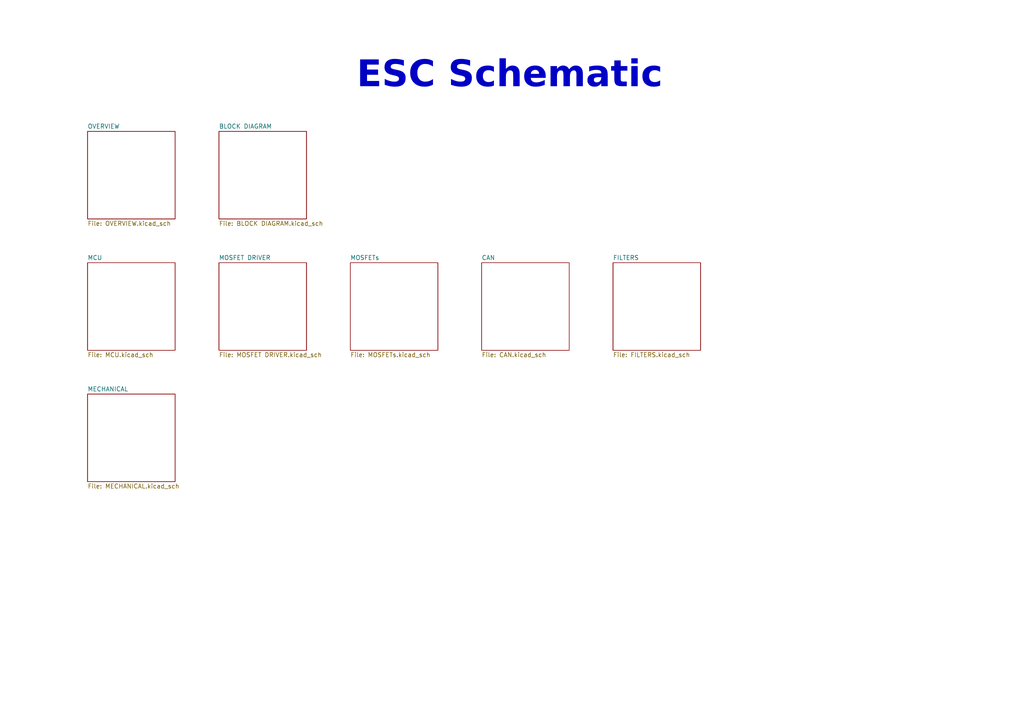
<source format=kicad_sch>
(kicad_sch
	(version 20231120)
	(generator "eeschema")
	(generator_version "8.0")
	(uuid "e63e39d7-6ac0-4ffd-8aa3-1841a4541b55")
	(paper "A4")
	(title_block
		(title "ESC Schematic")
		(date "2025-01-08")
		(rev "rev_1")
		(company "Alpha Amps")
		(comment 1 "Choaib ELMADI")
		(comment 2 "choaibamd@gmail.com")
		(comment 3 "choaib3elmadi@gmail.com")
		(comment 4 "+212 643 241 400")
	)
	(lib_symbols)
	(text "${TITLE}"
		(exclude_from_sim no)
		(at 147.828 19.558 0)
		(effects
			(font
				(face "Cascadia Mono NF")
				(size 7.62 7.62)
				(thickness 0.762)
				(bold yes)
			)
			(justify top)
		)
		(uuid "610231fa-d1fe-44f4-9f90-429a5e31d933")
	)
	(sheet
		(at 63.5 76.2)
		(size 25.4 25.4)
		(fields_autoplaced yes)
		(stroke
			(width 0.1524)
			(type solid)
		)
		(fill
			(color 0 0 0 0.0000)
		)
		(uuid "3ef62960-0a3f-483f-a612-e9afa152146a")
		(property "Sheetname" "MOSFET DRIVER"
			(at 63.5 75.4884 0)
			(effects
				(font
					(size 1.27 1.27)
				)
				(justify left bottom)
			)
		)
		(property "Sheetfile" "MOSFET DRIVER.kicad_sch"
			(at 63.5 102.1846 0)
			(effects
				(font
					(size 1.27 1.27)
				)
				(justify left top)
			)
		)
		(instances
			(project "ESC"
				(path "/e63e39d7-6ac0-4ffd-8aa3-1841a4541b55"
					(page "3")
				)
			)
		)
	)
	(sheet
		(at 139.7 76.2)
		(size 25.4 25.4)
		(fields_autoplaced yes)
		(stroke
			(width 0.1524)
			(type solid)
		)
		(fill
			(color 0 0 0 0.0000)
		)
		(uuid "44ff406e-e234-45e5-b191-74d1711c0a02")
		(property "Sheetname" "CAN"
			(at 139.7 75.4884 0)
			(effects
				(font
					(size 1.27 1.27)
				)
				(justify left bottom)
			)
		)
		(property "Sheetfile" "CAN.kicad_sch"
			(at 139.7 102.1846 0)
			(effects
				(font
					(size 1.27 1.27)
				)
				(justify left top)
			)
		)
		(instances
			(project "ESC"
				(path "/e63e39d7-6ac0-4ffd-8aa3-1841a4541b55"
					(page "5")
				)
			)
		)
	)
	(sheet
		(at 25.4 38.1)
		(size 25.4 25.4)
		(fields_autoplaced yes)
		(stroke
			(width 0.1524)
			(type solid)
		)
		(fill
			(color 0 0 0 0.0000)
		)
		(uuid "500c7b6b-d157-49fd-a5fa-6928bcd64611")
		(property "Sheetname" "OVERVIEW"
			(at 25.4 37.3884 0)
			(effects
				(font
					(size 1.27 1.27)
				)
				(justify left bottom)
			)
		)
		(property "Sheetfile" "OVERVIEW.kicad_sch"
			(at 25.4 64.0846 0)
			(effects
				(font
					(size 1.27 1.27)
				)
				(justify left top)
			)
		)
		(instances
			(project "ESC"
				(path "/e63e39d7-6ac0-4ffd-8aa3-1841a4541b55"
					(page "8")
				)
			)
		)
	)
	(sheet
		(at 25.4 76.2)
		(size 25.4 25.4)
		(fields_autoplaced yes)
		(stroke
			(width 0.1524)
			(type solid)
		)
		(fill
			(color 0 0 0 0.0000)
		)
		(uuid "5f86bd37-5169-4744-b929-861ac689a2da")
		(property "Sheetname" "MCU"
			(at 25.4 75.4884 0)
			(effects
				(font
					(size 1.27 1.27)
				)
				(justify left bottom)
			)
		)
		(property "Sheetfile" "MCU.kicad_sch"
			(at 25.4 102.1846 0)
			(effects
				(font
					(size 1.27 1.27)
				)
				(justify left top)
			)
		)
		(instances
			(project "ESC"
				(path "/e63e39d7-6ac0-4ffd-8aa3-1841a4541b55"
					(page "2")
				)
			)
		)
	)
	(sheet
		(at 25.4 114.3)
		(size 25.4 25.4)
		(fields_autoplaced yes)
		(stroke
			(width 0.1524)
			(type solid)
		)
		(fill
			(color 0 0 0 0.0000)
		)
		(uuid "704be554-9249-4d3a-ab1c-e3178b9881e0")
		(property "Sheetname" "MECHANICAL"
			(at 25.4 113.5884 0)
			(effects
				(font
					(size 1.27 1.27)
				)
				(justify left bottom)
			)
		)
		(property "Sheetfile" "MECHANICAL.kicad_sch"
			(at 25.4 140.2846 0)
			(effects
				(font
					(size 1.27 1.27)
				)
				(justify left top)
			)
		)
		(instances
			(project "ESC"
				(path "/e63e39d7-6ac0-4ffd-8aa3-1841a4541b55"
					(page "7")
				)
			)
		)
	)
	(sheet
		(at 63.5 38.1)
		(size 25.4 25.4)
		(fields_autoplaced yes)
		(stroke
			(width 0.1524)
			(type solid)
		)
		(fill
			(color 0 0 0 0.0000)
		)
		(uuid "7c626cac-f597-4857-af99-c6a541cffc1f")
		(property "Sheetname" "BLOCK DIAGRAM"
			(at 63.5 37.3884 0)
			(effects
				(font
					(size 1.27 1.27)
				)
				(justify left bottom)
			)
		)
		(property "Sheetfile" "BLOCK DIAGRAM.kicad_sch"
			(at 63.5 64.0846 0)
			(effects
				(font
					(size 1.27 1.27)
				)
				(justify left top)
			)
		)
		(instances
			(project "ESC"
				(path "/e63e39d7-6ac0-4ffd-8aa3-1841a4541b55"
					(page "9")
				)
			)
		)
	)
	(sheet
		(at 177.8 76.2)
		(size 25.4 25.4)
		(fields_autoplaced yes)
		(stroke
			(width 0.1524)
			(type solid)
		)
		(fill
			(color 0 0 0 0.0000)
		)
		(uuid "da7c3da4-50c5-40fc-a80f-5d64d32f74aa")
		(property "Sheetname" "FILTERS"
			(at 177.8 75.4884 0)
			(effects
				(font
					(size 1.27 1.27)
				)
				(justify left bottom)
			)
		)
		(property "Sheetfile" "FILTERS.kicad_sch"
			(at 177.8 102.1846 0)
			(effects
				(font
					(size 1.27 1.27)
				)
				(justify left top)
			)
		)
		(instances
			(project "ESC"
				(path "/e63e39d7-6ac0-4ffd-8aa3-1841a4541b55"
					(page "6")
				)
			)
		)
	)
	(sheet
		(at 101.6 76.2)
		(size 25.4 25.4)
		(fields_autoplaced yes)
		(stroke
			(width 0.1524)
			(type solid)
		)
		(fill
			(color 0 0 0 0.0000)
		)
		(uuid "f30be420-7703-450b-9b29-044898b2608a")
		(property "Sheetname" "MOSFETs"
			(at 101.6 75.4884 0)
			(effects
				(font
					(size 1.27 1.27)
				)
				(justify left bottom)
			)
		)
		(property "Sheetfile" "MOSFETs.kicad_sch"
			(at 101.6 102.1846 0)
			(effects
				(font
					(size 1.27 1.27)
				)
				(justify left top)
			)
		)
		(instances
			(project "ESC"
				(path "/e63e39d7-6ac0-4ffd-8aa3-1841a4541b55"
					(page "4")
				)
			)
		)
	)
	(sheet_instances
		(path "/"
			(page "1")
		)
	)
)

</source>
